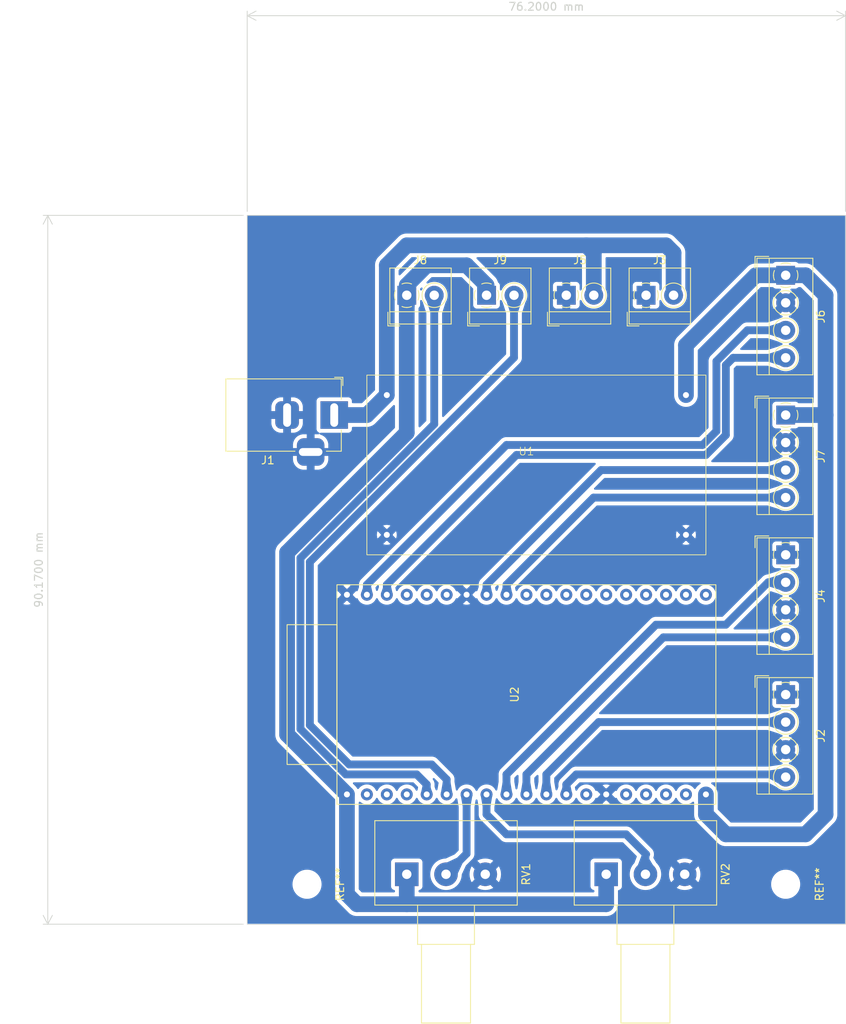
<source format=kicad_pcb>
(kicad_pcb (version 20221018) (generator pcbnew)
  (layers (0 "F.Cu" signal) (31 "B.Cu" signal) (34 "B.Paste" user) (35 "F.Paste" user) (36 "B.SilkS" user "B.Silkscreen") (37 "F.SilkS" user "F.Silkscreen") (38 "B.Mask" user) (39 "F.Mask" user) (44 "Edge.Cuts" user))
  (net 0 "")
  (net 1 "+12V")
  (net 2 "SCL2")
  (net 3 "+5V")
  (net 4 "+3V3")
  (net 7 "Net-(U2-32)")
  (net 8 "Net-(U2-33)")
  (net 9 "SDA2")
  (net 10 "SCL1")
  (net 23 "STEP1")
  (net 24 "DIR1")
  (net 26 "STEP2")
  (net 27 "DIR2")
  (net 30 "lim1")
  (net 31 "lim2")
  (net 32 "SDA1")
  (net 35 "GND")
  (net 36 "S1")
  (net 37 "S2")
  (footprint "TerminalBlock_4Ucon:TerminalBlock_4Ucon_1x02_P3.50mm_Horizontal" (layer "F.Cu") (at 142.24 72.39)
    (fp_text reference "J5" (at 1.75 -4.46) (layer "F.SilkS"))
    (fp_text value "Screw_Terminal_01x02")
    (fp_line (start -2.4 2.16) (end -2.4 3.9) (stroke (width 0.12)) (layer "F.SilkS"))
    (fp_line (start -2.4 3.9) (end -0.9 3.9) (stroke (width 0.12)) (layer "F.SilkS"))
    (fp_line (start -2.16 -3.46) (end -2.16 3.66) (stroke (width 0.12)) (layer "F.SilkS"))
    (fp_line (start -2.16 -3.46) (end 5.66 -3.46) (stroke (width 0.12)) (layer "F.SilkS"))
    (fp_line (start -2.16 2.1) (end 5.66 2.1) (stroke (width 0.12)) (layer "F.SilkS"))
    (fp_line (start -2.16 3.66) (end 5.66 3.66) (stroke (width 0.12)) (layer "F.SilkS"))
    (fp_line (start 5.66 -3.46) (end 5.66 3.66) (stroke (width 0.12)) (layer "F.SilkS"))
    (fp_arc (start -1.432109 0.607742) (mid -1.555727 -0.00014) (end -1.432 -0.608) (stroke (width 0.12)) (layer "F.SilkS"))
    (fp_arc (start -0.607742 -1.432109) (mid 0.00014 -1.555727) (end 0.608 -1.432) (stroke (width 0.12)) (layer "F.SilkS"))
    (fp_arc (start 0.027011 1.555493) (mid -0.296984 1.527118) (end -0.608 1.432) (stroke (width 0.12)) (layer "F.SilkS"))
    (fp_arc (start 0.607587 1.431385) (mid 0.310017 1.523783) (end 0 1.555) (stroke (width 0.12)) (layer "F.SilkS"))
    (fp_arc (start 1.432109 -0.607742) (mid 1.555727 0.00014) (end 1.432 0.608) (stroke (width 0.12)) (layer "F.SilkS"))
    (fp_circle (center 3.5 0) (end 5.055 0) (stroke (width 0.12)) (fill none) (layer "F.SilkS"))
    (pad "1" thru_hole rect (at 0 0) (size 2.4 2.4) (drill 1.2) (layers "*.Cu" "*.Mask") (net 35 "GND"))
    (pad "2" thru_hole circle (at 3.5 0) (size 2.4 2.4) (drill 1.2) (layers "*.Cu" "*.Mask") (net 1 "+12V"))
  )
  (footprint "TerminalBlock_4Ucon:TerminalBlock_4Ucon_1x04_P3.50mm_Horizontal" (layer "F.Cu") (at 170.18 105.41 -90)
    (fp_text reference "J4" (at 5.25 -4.46 90) (layer "F.SilkS"))
    (fp_text value "Screw_Terminal_01x04")
    (fp_line (start -2.4 2.16) (end -2.4 3.9) (stroke (width 0.12)) (layer "F.SilkS"))
    (fp_line (start -2.4 3.9) (end -0.9 3.9) (stroke (width 0.12)) (layer "F.SilkS"))
    (fp_line (start -2.16 -3.46) (end -2.16 3.66) (stroke (width 0.12)) (layer "F.SilkS"))
    (fp_line (start -2.16 -3.46) (end 12.66 -3.46) (stroke (width 0.12)) (layer "F.SilkS"))
    (fp_line (start -2.16 2.1) (end 12.66 2.1) (stroke (width 0.12)) (layer "F.SilkS"))
    (fp_line (start -2.16 3.66) (end 12.66 3.66) (stroke (width 0.12)) (layer "F.SilkS"))
    (fp_line (start 12.66 -3.46) (end 12.66 3.66) (stroke (width 0.12)) (layer "F.SilkS"))
    (fp_arc (start -1.432109 0.607742) (mid -1.555727 -0.00014) (end -1.432 -0.608) (stroke (width 0.12)) (layer "F.SilkS"))
    (fp_arc (start -0.607742 -1.432109) (mid 0.00014 -1.555727) (end 0.608 -1.432) (stroke (width 0.12)) (layer "F.SilkS"))
    (fp_arc (start 0.027011 1.555493) (mid -0.296984 1.527118) (end -0.608 1.432) (stroke (width 0.12)) (layer "F.SilkS"))
    (fp_arc (start 0.607587 1.431385) (mid 0.310017 1.523783) (end 0 1.555) (stroke (width 0.12)) (layer "F.SilkS"))
    (fp_arc (start 1.432109 -0.607742) (mid 1.555727 0.00014) (end 1.432 0.608) (stroke (width 0.12)) (layer "F.SilkS"))
    (fp_circle (center 3.5 0) (end 5.055 0) (stroke (width 0.12)) (fill none) (layer "F.SilkS"))
    (fp_circle (center 7 0) (end 8.555 0) (stroke (width 0.12)) (fill none) (layer "F.SilkS"))
    (fp_circle (center 10.5 0) (end 12.055 0) (stroke (width 0.12)) (fill none) (layer "F.SilkS"))
    (pad "1" thru_hole rect (at 0 0 270) (size 2.4 2.4) (drill 1.2) (layers "*.Cu" "*.Mask") (net 35 "GND"))
    (pad "2" thru_hole circle (at 3.5 0 270) (size 2.4 2.4) (drill 1.2) (layers "*.Cu" "*.Mask") (net 27 "DIR2"))
    (pad "3" thru_hole circle (at 7 0 270) (size 2.4 2.4) (drill 1.2) (layers "*.Cu" "*.Mask") (net 35 "GND"))
    (pad "4" thru_hole circle (at 10.5 0 270) (size 2.4 2.4) (drill 1.2) (layers "*.Cu" "*.Mask") (net 26 "STEP2"))
  )
  (footprint "TerminalBlock_4Ucon:TerminalBlock_4Ucon_1x02_P3.50mm_Horizontal" (layer "F.Cu") (at 121.92 72.39)
    (fp_text reference "J8" (at 1.75 -4.46) (layer "F.SilkS"))
    (fp_text value "Screw_Terminal_01x02")
    (fp_line (start -2.4 2.16) (end -2.4 3.9) (stroke (width 0.12)) (layer "F.SilkS"))
    (fp_line (start -2.4 3.9) (end -0.9 3.9) (stroke (width 0.12)) (layer "F.SilkS"))
    (fp_line (start -2.16 -3.46) (end -2.16 3.66) (stroke (width 0.12)) (layer "F.SilkS"))
    (fp_line (start -2.16 -3.46) (end 5.66 -3.46) (stroke (width 0.12)) (layer "F.SilkS"))
    (fp_line (start -2.16 2.1) (end 5.66 2.1) (stroke (width 0.12)) (layer "F.SilkS"))
    (fp_line (start -2.16 3.66) (end 5.66 3.66) (stroke (width 0.12)) (layer "F.SilkS"))
    (fp_line (start 5.66 -3.46) (end 5.66 3.66) (stroke (width 0.12)) (layer "F.SilkS"))
    (fp_arc (start -1.432109 0.607742) (mid -1.555727 -0.00014) (end -1.432 -0.608) (stroke (width 0.12)) (layer "F.SilkS"))
    (fp_arc (start -0.607742 -1.432109) (mid 0.00014 -1.555727) (end 0.608 -1.432) (stroke (width 0.12)) (layer "F.SilkS"))
    (fp_arc (start 0.027011 1.555493) (mid -0.296984 1.527118) (end -0.608 1.432) (stroke (width 0.12)) (layer "F.SilkS"))
    (fp_arc (start 0.607587 1.431385) (mid 0.310017 1.523783) (end 0 1.555) (stroke (width 0.12)) (layer "F.SilkS"))
    (fp_arc (start 1.432109 -0.607742) (mid 1.555727 0.00014) (end 1.432 0.608) (stroke (width 0.12)) (layer "F.SilkS"))
    (fp_circle (center 3.5 0) (end 5.055 0) (stroke (width 0.12)) (fill none) (layer "F.SilkS"))
    (pad "1" thru_hole rect (at 0 0) (size 2.4 2.4) (drill 1.2) (layers "*.Cu" "*.Mask") (net 4 "+3V3"))
    (pad "2" thru_hole circle (at 3.5 0) (size 2.4 2.4) (drill 1.2) (layers "*.Cu" "*.Mask") (net 30 "lim1"))
  )
  (footprint "TerminalBlock_4Ucon:TerminalBlock_4Ucon_1x04_P3.50mm_Horizontal" (layer "F.Cu") (at 170.18 87.63 -90)
    (fp_text reference "J7" (at 5.25 -4.46 90) (layer "F.SilkS"))
    (fp_text value "Screw_Terminal_01x04")
    (fp_line (start -2.4 2.16) (end -2.4 3.9) (stroke (width 0.12)) (layer "F.SilkS"))
    (fp_line (start -2.4 3.9) (end -0.9 3.9) (stroke (width 0.12)) (layer "F.SilkS"))
    (fp_line (start -2.16 -3.46) (end -2.16 3.66) (stroke (width 0.12)) (layer "F.SilkS"))
    (fp_line (start -2.16 -3.46) (end 12.66 -3.46) (stroke (width 0.12)) (layer "F.SilkS"))
    (fp_line (start -2.16 2.1) (end 12.66 2.1) (stroke (width 0.12)) (layer "F.SilkS"))
    (fp_line (start -2.16 3.66) (end 12.66 3.66) (stroke (width 0.12)) (layer "F.SilkS"))
    (fp_line (start 12.66 -3.46) (end 12.66 3.66) (stroke (width 0.12)) (layer "F.SilkS"))
    (fp_arc (start -1.432109 0.607742) (mid -1.555727 -0.00014) (end -1.432 -0.608) (stroke (width 0.12)) (layer "F.SilkS"))
    (fp_arc (start -0.607742 -1.432109) (mid 0.00014 -1.555727) (end 0.608 -1.432) (stroke (width 0.12)) (layer "F.SilkS"))
    (fp_arc (start 0.027011 1.555493) (mid -0.296984 1.527118) (end -0.608 1.432) (stroke (width 0.12)) (layer "F.SilkS"))
    (fp_arc (start 0.607587 1.431385) (mid 0.310017 1.523783) (end 0 1.555) (stroke (width 0.12)) (layer "F.SilkS"))
    (fp_arc (start 1.432109 -0.607742) (mid 1.555727 0.00014) (end 1.432 0.608) (stroke (width 0.12)) (layer "F.SilkS"))
    (fp_circle (center 3.5 0) (end 5.055 0) (stroke (width 0.12)) (fill none) (layer "F.SilkS"))
    (fp_circle (center 7 0) (end 8.555 0) (stroke (width 0.12)) (fill none) (layer "F.SilkS"))
    (fp_circle (center 10.5 0) (end 12.055 0) (stroke (width 0.12)) (fill none) (layer "F.SilkS"))
    (pad "1" thru_hole rect (at 0 0 270) (size 2.4 2.4) (drill 1.2) (layers "*.Cu" "*.Mask") (net 3 "+5V"))
    (pad "2" thru_hole circle (at 3.5 0 270) (size 2.4 2.4) (drill 1.2) (layers "*.Cu" "*.Mask") (net 35 "GND"))
    (pad "3" thru_hole circle (at 7 0 270) (size 2.4 2.4) (drill 1.2) (layers "*.Cu" "*.Mask") (net 9 "SDA2"))
    (pad "4" thru_hole circle (at 10.5 0 270) (size 2.4 2.4) (drill 1.2) (layers "*.Cu" "*.Mask") (net 2 "SCL2"))
  )
  (footprint "Potentiometer_THT:Potentiometer_Alps_RK163_Single_Horizontal" (layer "F.Cu") (at 121.92 146.05 90)
    (fp_text reference "RV1" (at 0 15.2 90) (layer "F.SilkS"))
    (fp_text value "10K")
    (fp_line (start -18.92 8.12) (end -18.92 1.88) (stroke (width 0.12)) (layer "F.SilkS"))
    (fp_line (start -8.92 1.88) (end -18.92 1.88) (stroke (width 0.12)) (layer "F.SilkS"))
    (fp_line (start -8.92 8.12) (end -18.92 8.12) (stroke (width 0.12)) (layer "F.SilkS"))
    (fp_line (start -8.92 8.62) (end -8.92 1.38) (stroke (width 0.12)) (layer "F.SilkS"))
    (fp_line (start -3.92 1.38) (end -8.92 1.38) (stroke (width 0.12)) (layer "F.SilkS"))
    (fp_line (start -3.92 8.62) (end -8.92 8.62) (stroke (width 0.12)) (layer "F.SilkS"))
    (fp_line (start -3.92 14.07) (end -3.92 -4.07) (stroke (width 0.12)) (layer "F.SilkS"))
    (fp_line (start 6.82 -4.07) (end -3.92 -4.07) (stroke (width 0.12)) (layer "F.SilkS"))
    (fp_line (start 6.82 14.07) (end -3.92 14.07) (stroke (width 0.12)) (layer "F.SilkS"))
    (fp_line (start 6.82 14.07) (end 6.82 -4.07) (stroke (width 0.12)) (layer "F.SilkS"))
    (pad "1" thru_hole rect (at 0 0 270) (size 3 3) (drill 1.2) (layers "*.Cu" "*.Mask") (net 4 "+3V3"))
    (pad "2" thru_hole circle (at 0 5 270) (size 3 3) (drill 1.2) (layers "*.Cu" "*.Mask") (net 7 "Net-(U2-32)"))
    (pad "3" thru_hole circle (at 0 10 270) (size 3 3) (drill 1.2) (layers "*.Cu" "*.Mask") (net 35 "GND"))
  )
  (footprint "TerminalBlock_4Ucon:TerminalBlock_4Ucon_1x04_P3.50mm_Horizontal" (layer "F.Cu") (at 170.18 69.85 -90)
    (fp_text reference "J6" (at 5.25 -4.46 90) (layer "F.SilkS"))
    (fp_text value "Screw_Terminal_01x04")
    (fp_line (start -2.4 2.16) (end -2.4 3.9) (stroke (width 0.12)) (layer "F.SilkS"))
    (fp_line (start -2.4 3.9) (end -0.9 3.9) (stroke (width 0.12)) (layer "F.SilkS"))
    (fp_line (start -2.16 -3.46) (end -2.16 3.66) (stroke (width 0.12)) (layer "F.SilkS"))
    (fp_line (start -2.16 -3.46) (end 12.66 -3.46) (stroke (width 0.12)) (layer "F.SilkS"))
    (fp_line (start -2.16 2.1) (end 12.66 2.1) (stroke (width 0.12)) (layer "F.SilkS"))
    (fp_line (start -2.16 3.66) (end 12.66 3.66) (stroke (width 0.12)) (layer "F.SilkS"))
    (fp_line (start 12.66 -3.46) (end 12.66 3.66) (stroke (width 0.12)) (layer "F.SilkS"))
    (fp_arc (start -1.432109 0.607742) (mid -1.555727 -0.00014) (end -1.432 -0.608) (stroke (width 0.12)) (layer "F.SilkS"))
    (fp_arc (start -0.607742 -1.432109) (mid 0.00014 -1.555727) (end 0.608 -1.432) (stroke (width 0.12)) (layer "F.SilkS"))
    (fp_arc (start 0.027011 1.555493) (mid -0.296984 1.527118) (end -0.608 1.432) (stroke (width 0.12)) (layer "F.SilkS"))
    (fp_arc (start 0.607587 1.431385) (mid 0.310017 1.523783) (end 0 1.555) (stroke (width 0.12)) (layer "F.SilkS"))
    (fp_arc (start 1.432109 -0.607742) (mid 1.555727 0.00014) (end 1.432 0.608) (stroke (width 0.12)) (layer "F.SilkS"))
    (fp_circle (center 3.5 0) (end 5.055 0) (stroke (width 0.12)) (fill none) (layer "F.SilkS"))
    (fp_circle (center 7 0) (end 8.555 0) (stroke (width 0.12)) (fill none) (layer "F.SilkS"))
    (fp_circle (center 10.5 0) (end 12.055 0) (stroke (width 0.12)) (fill none) (layer "F.SilkS"))
    (pad "1" thru_hole rect (at 0 0 270) (size 2.4 2.4) (drill 1.2) (layers "*.Cu" "*.Mask") (net 3 "+5V"))
    (pad "2" thru_hole circle (at 3.5 0 270) (size 2.4 2.4) (drill 1.2) (layers "*.Cu" "*.Mask") (net 35 "GND"))
    (pad "3" thru_hole circle (at 7 0 270) (size 2.4 2.4) (drill 1.2) (layers "*.Cu" "*.Mask") (net 32 "SDA1"))
    (pad "4" thru_hole circle (at 10.5 0 270) (size 2.4 2.4) (drill 1.2) (layers "*.Cu" "*.Mask") (net 10 "SCL1"))
  )
  (footprint "MountingHole:MountingHole_3.2mm_M3" (layer "F.Cu") (at 170.18 147.32 -90)
    (fp_text reference "REF**" (at 0 -4.318 90) (layer "F.SilkS"))
    (fp_text value "MountingHole_3.2mm_M3")
    (pad "" np_thru_hole circle (at 0 0 270) (size 3.2 3.2) (drill 3.2) (layers "*.Cu" "*.Mask"))
  )
  (footprint "TerminalBlock_4Ucon:TerminalBlock_4Ucon_1x04_P3.50mm_Horizontal" (layer "F.Cu") (at 170.18 123.19 -90)
    (fp_text reference "J2" (at 5.25 -4.46 90) (layer "F.SilkS"))
    (fp_text value "Screw_Terminal_01x04")
    (fp_line (start -2.4 2.16) (end -2.4 3.9) (stroke (width 0.12)) (layer "F.SilkS"))
    (fp_line (start -2.4 3.9) (end -0.9 3.9) (stroke (width 0.12)) (layer "F.SilkS"))
    (fp_line (start -2.16 -3.46) (end -2.16 3.66) (stroke (width 0.12)) (layer "F.SilkS"))
    (fp_line (start -2.16 -3.46) (end 12.66 -3.46) (stroke (width 0.12)) (layer "F.SilkS"))
    (fp_line (start -2.16 2.1) (end 12.66 2.1) (stroke (width 0.12)) (layer "F.SilkS"))
    (fp_line (start -2.16 3.66) (end 12.66 3.66) (stroke (width 0.12)) (layer "F.SilkS"))
    (fp_line (start 12.66 -3.46) (end 12.66 3.66) (stroke (width 0.12)) (layer "F.SilkS"))
    (fp_arc (start -1.432109 0.607742) (mid -1.555727 -0.00014) (end -1.432 -0.608) (stroke (width 0.12)) (layer "F.SilkS"))
    (fp_arc (start -0.607742 -1.432109) (mid 0.00014 -1.555727) (end 0.608 -1.432) (stroke (width 0.12)) (layer "F.SilkS"))
    (fp_arc (start 0.027011 1.555493) (mid -0.296984 1.527118) (end -0.608 1.432) (stroke (width 0.12)) (layer "F.SilkS"))
    (fp_arc (start 0.607587 1.431385) (mid 0.310017 1.523783) (end 0 1.555) (stroke (width 0.12)) (layer "F.SilkS"))
    (fp_arc (start 1.432109 -0.607742) (mid 1.555727 0.00014) (end 1.432 0.608) (stroke (width 0.12)) (layer "F.SilkS"))
    (fp_circle (center 3.5 0) (end 5.055 0) (stroke (width 0.12)) (fill none) (layer "F.SilkS"))
    (fp_circle (center 7 0) (end 8.555 0) (stroke (width 0.12)) (fill none) (layer "F.SilkS"))
    (fp_circle (center 10.5 0) (end 12.055 0) (stroke (width 0.12)) (fill none) (layer "F.SilkS"))
    (pad "1" thru_hole rect (at 0 0 270) (size 2.4 2.4) (drill 1.2) (layers "*.Cu" "*.Mask") (net 35 "GND"))
    (pad "2" thru_hole circle (at 3.5 0 270) (size 2.4 2.4) (drill 1.2) (layers "*.Cu" "*.Mask") (net 24 "DIR1"))
    (pad "3" thru_hole circle (at 7 0 270) (size 2.4 2.4) (drill 1.2) (layers "*.Cu" "*.Mask") (net 35 "GND"))
    (pad "4" thru_hole circle (at 10.5 0 270) (size 2.4 2.4) (drill 1.2) (layers "*.Cu" "*.Mask") (net 23 "STEP1"))
  )
  (footprint "Connector_BarrelJack:BarrelJack_Horizontal" (layer "F.Cu") (at 112.68 87.63)
    (fp_text reference "J1" (at -8.45 5.75) (layer "F.SilkS"))
    (fp_text value "Barrel_Jack_Switch_Pin3Ring")
    (fp_line (start -13.8 -4.6) (end 0.9 -4.6) (stroke (width 0.12)) (layer "F.SilkS"))
    (fp_line (start -13.8 4.6) (end -13.8 -4.6) (stroke (width 0.12)) (layer "F.SilkS"))
    (fp_line (start -5 4.6) (end -13.8 4.6) (stroke (width 0.12)) (layer "F.SilkS"))
    (fp_line (start 0.05 -4.8) (end 1.1 -4.8) (stroke (width 0.12)) (layer "F.SilkS"))
    (fp_line (start 0.9 -4.6) (end 0.9 -2) (stroke (width 0.12)) (layer "F.SilkS"))
    (fp_line (start 0.9 1.9) (end 0.9 4.6) (stroke (width 0.12)) (layer "F.SilkS"))
    (fp_line (start 0.9 4.6) (end -1 4.6) (stroke (width 0.12)) (layer "F.SilkS"))
    (fp_line (start 1.1 -3.75) (end 1.1 -4.8) (stroke (width 0.12)) (layer "F.SilkS"))
    (pad "1" thru_hole rect (at 0 0) (size 3.5 3.5) (drill oval 1 3) (layers "*.Cu" "*.Mask") (net 1 "+12V"))
    (pad "2" thru_hole roundrect (at -6 0) (size 3 3.5) (drill oval 1 3) (layers "*.Cu" "*.Mask") (net 35 "GND"))
    (pad "3" thru_hole roundrect (at -3 4.7) (size 3.5 3.5) (drill oval 3 1) (layers "*.Cu" "*.Mask") (net 35 "GND"))
  )
  (footprint "Potentiometer_THT:Potentiometer_Alps_RK163_Single_Horizontal" (layer "F.Cu") (at 147.32 146.05 90)
    (fp_text reference "RV2" (at 0 15.2 90) (layer "F.SilkS"))
    (fp_text value "10K")
    (fp_line (start -18.92 8.12) (end -18.92 1.88) (stroke (width 0.12)) (layer "F.SilkS"))
    (fp_line (start -8.92 1.88) (end -18.92 1.88) (stroke (width 0.12)) (layer "F.SilkS"))
    (fp_line (start -8.92 8.12) (end -18.92 8.12) (stroke (width 0.12)) (layer "F.SilkS"))
    (fp_line (start -8.92 8.62) (end -8.92 1.38) (stroke (width 0.12)) (layer "F.SilkS"))
    (fp_line (start -3.92 1.38) (end -8.92 1.38) (stroke (width 0.12)) (layer "F.SilkS"))
    (fp_line (start -3.92 8.62) (end -8.92 8.62) (stroke (width 0.12)) (layer "F.SilkS"))
    (fp_line (start -3.92 14.07) (end -3.92 -4.07) (stroke (width 0.12)) (layer "F.SilkS"))
    (fp_line (start 6.82 -4.07) (end -3.92 -4.07) (stroke (width 0.12)) (layer "F.SilkS"))
    (fp_line (start 6.82 14.07) (end -3.92 14.07) (stroke (width 0.12)) (layer "F.SilkS"))
    (fp_line (start 6.82 14.07) (end 6.82 -4.07) (stroke (width 0.12)) (layer "F.SilkS"))
    (pad "1" thru_hole rect (at 0 0 270) (size 3 3) (drill 1.2) (layers "*.Cu" "*.Mask") (net 4 "+3V3"))
    (pad "2" thru_hole circle (at 0 5 270) (size 3 3) (drill 1.2) (layers "*.Cu" "*.Mask") (net 8 "Net-(U2-33)"))
    (pad "3" thru_hole circle (at 0 10 270) (size 3 3) (drill 1.2) (layers "*.Cu" "*.Mask") (net 35 "GND"))
  )
  (footprint "my_library:DC-DC_Converter" (layer "F.Cu") (at 137.16 92.71)
    (fp_text reference "U1" (at 0 -0.46 unlocked) (layer "F.SilkS") (effects (font (thickness 0.1))))
    (fp_text value "DC-DC_Converter")
    (fp_rect (start -20.32 -10.16) (end 22.86 12.7) (stroke (width 0.1)) (fill none) (layer "F.SilkS"))
    (pad "1" thru_hole circle (at -17.78 -7.62) (size 1.524 1.524) (drill 0.762) (layers "*.Cu" "*.Mask") (net 1 "+12V"))
    (pad "2" thru_hole circle (at -17.78 10.16) (size 1.524 1.524) (drill 0.762) (layers "*.Cu" "*.Mask") (net 35 "GND"))
    (pad "3" thru_hole circle (at 20.32 10.16) (size 1.524 1.524) (drill 0.762) (layers "*.Cu" "*.Mask") (net 35 "GND"))
    (pad "4" thru_hole circle (at 20.32 -7.62) (size 1.524 1.524) (drill 0.762) (layers "*.Cu" "*.Mask") (net 3 "+5V"))
  )
  (footprint "TerminalBlock_4Ucon:TerminalBlock_4Ucon_1x02_P3.50mm_Horizontal" (layer "F.Cu") (at 132.08 72.39)
    (fp_text reference "J9" (at 1.75 -4.46) (layer "F.SilkS"))
    (fp_text value "Screw_Terminal_01x02")
    (fp_line (start -2.4 2.16) (end -2.4 3.9) (stroke (width 0.12)) (layer "F.SilkS"))
    (fp_line (start -2.4 3.9) (end -0.9 3.9) (stroke (width 0.12)) (layer "F.SilkS"))
    (fp_line (start -2.16 -3.46) (end -2.16 3.66) (stroke (width 0.12)) (layer "F.SilkS"))
    (fp_line (start -2.16 -3.46) (end 5.66 -3.46) (stroke (width 0.12)) (layer "F.SilkS"))
    (fp_line (start -2.16 2.1) (end 5.66 2.1) (stroke (width 0.12)) (layer "F.SilkS"))
    (fp_line (start -2.16 3.66) (end 5.66 3.66) (stroke (width 0.12)) (layer "F.SilkS"))
    (fp_line (start 5.66 -3.46) (end 5.66 3.66) (stroke (width 0.12)) (layer "F.SilkS"))
    (fp_arc (start -1.432109 0.607742) (mid -1.555727 -0.00014) (end -1.432 -0.608) (stroke (width 0.12)) (layer "F.SilkS"))
    (fp_arc (start -0.607742 -1.432109) (mid 0.00014 -1.555727) (end 0.608 -1.432) (stroke (width 0.12)) (layer "F.SilkS"))
    (fp_arc (start 0.027011 1.555493) (mid -0.296984 1.527118) (end -0.608 1.432) (stroke (width 0.12)) (layer "F.SilkS"))
    (fp_arc (start 0.607587 1.431385) (mid 0.310017 1.523783) (end 0 1.555) (stroke (width 0.12)) (layer "F.SilkS"))
    (fp_arc (start 1.432109 -0.607742) (mid 1.555727 0.00014) (end 1.432 0.608) (stroke (width 0.12)) (layer "F.SilkS"))
    (fp_circle (center 3.5 0) (end 5.055 0) (stroke (width 0.12)) (fill none) (layer "F.SilkS"))
    (pad "1" thru_hole rect (at 0 0) (size 2.4 2.4) (drill 1.2) (layers "*.Cu" "*.Mask") (net 4 "+3V3"))
    (pad "2" thru_hole circle (at 3.5 0) (size 2.4 2.4) (drill 1.2) (layers "*.Cu" "*.Mask") (net 31 "lim2"))
  )
  (footprint "MountingHole:MountingHole_3.2mm_M3" (layer "F.Cu") (at 109.22 147.32 -90)
    (fp_text reference "REF**" (at 0 -4.2 90) (layer "F.SilkS"))
    (fp_text value "MountingHole_3.2mm_M3")
    (pad "" np_thru_hole circle (at 0 0 270) (size 3.2 3.2) (drill 3.2) (layers "*.Cu" "*.Mask"))
  )
  (footprint "my_library:ESP32-DevKitC" (layer "F.Cu") (at 137.16 123.19 90)
    (fp_text reference "U2" (at 0 -1.5 90 unlocked) (layer "F.SilkS"))
    (fp_text value "ESP32-DevKitC")
    (fp_rect (start -13.97 -24.13) (end 13.97 24.13) (stroke (width 0.12)) (fill none) (layer "F.SilkS"))
    (fp_rect (start -8.89 -24.13) (end 8.89 -30.48) (stroke (width 0.12)) (fill none) (layer "F.SilkS"))
    (pad "1" thru_hole circle (at -12.7 -22.86 90) (size 1.524 1.524) (drill 0.762) (layers "*.Cu" "*.Mask") (net 4 "+3V3"))
    (pad "2" thru_hole circle (at -12.7 -20.32 90) (size 1.524 1.524) (drill 0.762) (layers "*.Cu" "*.Mask"))
    (pad "3" thru_hole circle (at -12.7 -17.78 90) (size 1.524 1.524) (drill 0.762) (layers "*.Cu" "*.Mask"))
    (pad "4" thru_hole circle (at -12.7 -15.24 90) (size 1.524 1.524) (drill 0.762) (layers "*.Cu" "*.Mask"))
    (pad "5" thru_hole circle (at -12.7 -12.7 90) (size 1.524 1.524) (drill 0.762) (layers "*.Cu" "*.Mask") (net 30 "lim1"))
    (pad "6" thru_hole circle (at -12.7 -10.16 90) (size 1.524 1.524) (drill 0.762) (layers "*.Cu" "*.Mask") (net 31 "lim2"))
    (pad "7" thru_hole circle (at -12.7 -7.62 90) (size 1.524 1.524) (drill 0.762) (layers "*.Cu" "*.Mask") (net 7 "Net-(U2-32)"))
    (pad "8" thru_hole circle (at -12.7 -5.08 90) (size 1.524 1.524) (drill 0.762) (layers "*.Cu" "*.Mask") (net 8 "Net-(U2-33)"))
    (pad "9" thru_hole circle (at -12.7 -2.54 90) (size 1.524 1.524) (drill 0.762) (layers "*.Cu" "*.Mask") (net 27 "DIR2"))
    (pad "10" thru_hole circle (at -12.7 0 90) (size 1.524 1.524) (drill 0.762) (layers "*.Cu" "*.Mask") (net 26 "STEP2"))
    (pad "11" thru_hole circle (at -12.7 2.54 90) (size 1.524 1.524) (drill 0.762) (layers "*.Cu" "*.Mask") (net 24 "DIR1"))
    (pad "12" thru_hole circle (at -12.7 5.08 90) (size 1.524 1.524) (drill 0.762) (layers "*.Cu" "*.Mask") (net 23 "STEP1"))
    (pad "13" thru_hole circle (at -12.7 7.62 90) (size 1.524 1.524) (drill 0.762) (layers "*.Cu" "*.Mask"))
    (pad "14" thru_hole circle (at -12.7 10.16 90) (size 1.524 1.524) (drill 0.762) (layers "*.Cu" "*.Mask") (net 35 "GND"))
    (pad "15" thru_hole circle (at -12.7 12.7 90) (size 1.524 1.524) (drill 0.762) (layers "*.Cu" "*.Mask"))
    (pad "16" thru_hole circle (at -12.7 15.24 90) (size 1.524 1.524) (drill 0.762) (layers "*.Cu" "*.Mask"))
    (pad "17" thru_hole circle (at -12.7 17.78 90) (size 1.524 1.524) (drill 0.762) (layers "*.Cu" "*.Mask"))
    (pad "18" thru_hole circle (at -12.7 20.32 90) (size 1.524 1.524) (drill 0.762) (layers "*.Cu" "*.Mask"))
    (pad "19" thru_hole circle (at -12.7 22.86 90) (size 1.524 1.524) (drill 0.762) (layers "*.Cu" "*.Mask") (net 3 "+5V"))
    (pad "20" thru_hole circle (at 12.7 22.86 90) (size 1.524 1.524) (drill 0.762) (layers "*.Cu" "*.Mask"))
    (pad "21" thru_hole circle (at 12.7 20.32 90) (size 1.524 1.524) (drill 0.762) (layers "*.Cu" "*.Mask"))
    (pad "22" thru_hole circle (at 12.7 17.78 90) (size 1.524 1.524) (drill 0.762) (layers "*.Cu" "*.Mask"))
    (pad "23" thru_hole circle (at 12.7 15.24 90) (size 1.524 1.524) (drill 0.762) (layers "*.Cu" "*.Mask"))
    (pad "24" thru_hole circle (at 12.7 12.7 90) (size 1.524 1.524) (drill 0.762) (layers "*.Cu" "*.Mask"))
    (pad "25" thru_hole circle (at 12.7 10.16 90) (size 1.524 1.524) (drill 0.762) (layers "*.Cu" "*.Mask"))
    (pad "26" thru_hole circle (at 12.7 7.62 90) (size 1.524 1.524) (drill 0.762) (layers "*.Cu" "*.Mask"))
    (pad "27" thru_hole circle (at 12.7 5.08 90) (size 1.524 1.524) (drill 0.762) (layers "*.Cu" "*.Mask") (net 36 "S1"))
    (pad "28" thru_hole circle (at 12.7 2.54 90) (size 1.524 1.524) (drill 0.762) (layers "*.Cu" "*.Mask") (net 37 "S2"))
    (pad "29" thru_hole circle (at 12.7 0 90) (size 1.524 1.524) (drill 0.762) (layers "*.Cu" "*.Mask"))
    (pad "30" thru_hole circle (at 12.7 -2.54 90) (size 1.524 1.524) (drill 0.762) (layers "*.Cu" "*.Mask") (net 2 "SCL2"))
    (pad "31" thru_hole circle (at 12.7 -5.08 90) (size 1.524 1.524) (drill 0.762) (layers "*.Cu" "*.Mask") (net 9 "SDA2"))
    (pad "32" thru_hole circle (at 12.7 -7.62 90) (size 1.524 1.524) (drill 0.762) (layers "*.Cu" "*.Mask") (net 35 "GND"))
    (pad "33" thru_hole circle (at 12.7 -10.16 90) (size 1.524 1.524) (drill 0.762) (layers "*.Cu" "*.Mask"))
    (pad "34" thru_hole circle (at 12.7 -12.7 90) (size 1.524 1.524) (drill 0.762) (layers "*.Cu" "*.Mask"))
    (pad "35" thru_hole circle (at 12.7 -15.24 90) (size 1.524 1.524) (drill 0.762) (layers "*.Cu" "*.Mask"))
    (pad "36" thru_hole circle (at 12.7 -17.78 90) (size 1.524 1.524) (drill 0.762) (layers "*.Cu" "*.Mask") (net 10 "SCL1"))
    (pad "37" thru_hole circle (at 12.7 -20.32 90) (size 1.524 1.524) (drill 0.762) (layers "*.Cu" "*.Mask") (net 32 "SDA1"))
    (pad "38" thru_hole circle (at 12.7 -22.86 90) (size 1.524 1.524) (drill 0.762) (layers "*.Cu" "*.Mask") (net 35 "GND"))
  )
  (footprint "TerminalBlock_4Ucon:TerminalBlock_4Ucon_1x02_P3.50mm_Horizontal" (layer "F.Cu") (at 152.4 72.39)
    (fp_text reference "J3" (at 1.75 -4.46) (layer "F.SilkS"))
    (fp_text value "Screw_Terminal_01x02")
    (fp_line (start -2.4 2.16) (end -2.4 3.9) (stroke (width 0.12)) (layer "F.SilkS"))
    (fp_line (start -2.4 3.9) (end -0.9 3.9) (stroke (width 0.12)) (layer "F.SilkS"))
    (fp_line (start -2.16 -3.46) (end -2.16 3.66) (stroke (width 0.12)) (layer "F.SilkS"))
    (fp_line (start -2.16 -3.46) (end 5.66 -3.46) (stroke (width 0.12)) (layer "F.SilkS"))
    (fp_line (start -2.16 2.1) (end 5.66 2.1) (stroke (width 0.12)) (layer "F.SilkS"))
    (fp_line (start -2.16 3.66) (end 5.66 3.66) (stroke (width 0.12)) (layer "F.SilkS"))
    (fp_line (start 5.66 -3.46) (end 5.66 3.66) (stroke (width 0.12)) (layer "F.SilkS"))
    (fp_arc (start -1.432109 0.607742) (mid -1.555727 -0.00014) (end -1.432 -0.608) (stroke (width 0.12)) (layer "F.SilkS"))
    (fp_arc (start -0.607742 -1.432109) (mid 0.00014 -1.555727) (end 0.608 -1.432) (stroke (width 0.12)) (layer "F.SilkS"))
    (fp_arc (start 0.027011 1.555493) (mid -0.296984 1.527118) (end -0.608 1.432) (stroke (width 0.12)) (layer "F.SilkS"))
    (fp_arc (start 0.607587 1.431385) (mid 0.310017 1.523783) (end 0 1.555) (stroke (width 0.12)) (layer "F.SilkS"))
    (fp_arc (start 1.432109 -0.607742) (mid 1.555727 0.00014) (end 1.432 0.608) (stroke (width 0.12)) (layer "F.SilkS"))
    (fp_circle (center 3.5 0) (end 5.055 0) (stroke (width 0.12)) (fill none) (layer "F.SilkS"))
    (pad "1" thru_hole rect (at 0 0) (size 2.4 2.4) (drill 1.2) (layers "*.Cu" "*.Mask") (net 35 "GND"))
    (pad "2" thru_hole circle (at 3.5 0) (size 2.4 2.4) (drill 1.2) (layers "*.Cu" "*.Mask") (net 1 "+12V"))
  )
  (gr_rect (start 177.8 62.23) (end 101.6 152.4) (stroke (width 0.1)) (fill none) (layer "Edge.Cuts"))
  (dimension (type aligned) (layer "Edge.Cuts") (pts (xy 101.6 62.23) (xy 177.8 62.23)) (height -25.4) (gr_text "76.2000 mm" (at 139.7 35.68) (layer "Edge.Cuts") (effects (font (size 1 1) (thickness 0.15)))) (format (prefix "") (suffix "") (units 3) (units_format 1) (precision 4)) (style (thickness 0.1) (arrow_length 1.27) (text_position_mode 0) (extension_height 0.58642) (extension_offset 0.5) keep_text_aligned))
  (dimension (type aligned) (layer "Edge.Cuts") (pts (xy 101.6 62.23) (xy 101.6 152.4)) (height 25.4) (gr_text "90.1700 mm" (at 75.05 107.315 90) (layer "Edge.Cuts") (effects (font (size 1 1) (thickness 0.15)))) (format (prefix "") (suffix "") (units 3) (units_format 1) (precision 4)) (style (thickness 0.1) (arrow_length 1.27) (text_position_mode 0) (extension_height 0.58642) (extension_offset 0.5) keep_text_aligned))
  (segment (start 116.84 87.63) (end 119.38 85.09) (width 2) (layer "B.Cu") (net 1))
  (segment (start 154.94 66.04) (end 144.78 66.04) (width 2) (layer "B.Cu") (net 1))
  (segment (start 145.74 72.39) (end 145.74 67) (width 2) (layer "B.Cu") (net 1))
  (segment (start 155.9 72.39) (end 155.9 67) (width 2) (layer "B.Cu") (net 1))
  (segment (start 121.92 66.04) (end 119.38 68.58) (width 2) (layer "B.Cu") (net 1))
  (segment (start 144.78 66.04) (end 121.92 66.04) (width 2) (layer "B.Cu") (net 1))
  (segment (start 155.9 67) (end 154.94 66.04) (width 2) (layer "B.Cu") (net 1))
  (segment (start 119.38 68.58) (end 119.38 85.09) (width 2) (layer "B.Cu") (net 1))
  (segment (start 145.74 67) (end 144.78 66.04) (width 2) (layer "B.Cu") (net 1))
  (segment (start 112.68 87.63) (end 116.84 87.63) (width 2) (layer "B.Cu") (net 1))
  (segment (start 134.62 109.22) (end 134.62 110.49) (width 1) (layer "B.Cu") (net 2))
  (segment (start 145.71 98.13) (end 134.62 109.22) (width 1) (layer "B.Cu") (net 2))
  (segment (start 170.18 98.13) (end 145.71 98.13) (width 1) (layer "B.Cu") (net 2))
  (segment (start 157.48 78.74) (end 166.37 69.85) (width 2) (layer "B.Cu") (net 3))
  (segment (start 172.72 69.85) (end 175.26 72.39) (width 2) (layer "B.Cu") (net 3))
  (segment (start 160.02 135.89) (end 160.02 138.43) (width 2) (layer "B.Cu") (net 3))
  (segment (start 157.48 85.09) (end 157.48 78.74) (width 2) (layer "B.Cu") (net 3))
  (segment (start 175.26 72.39) (end 175.26 87.63) (width 2) (layer "B.Cu") (net 3))
  (segment (start 160.02 138.43) (end 162.56 140.97) (width 2) (layer "B.Cu") (net 3))
  (segment (start 162.56 140.97) (end 172.72 140.97) (width 2) (layer "B.Cu") (net 3))
  (segment (start 166.37 69.85) (end 170.18 69.85) (width 2) (layer "B.Cu") (net 3))
  (segment (start 175.26 138.43) (end 175.26 87.63) (width 2) (layer "B.Cu") (net 3))
  (segment (start 172.72 140.97) (end 175.26 138.43) (width 2) (layer "B.Cu") (net 3))
  (segment (start 175.26 87.63) (end 170.18 87.63) (width 2) (layer "B.Cu") (net 3))
  (segment (start 170.18 69.85) (end 172.72 69.85) (width 2) (layer "B.Cu") (net 3))
  (segment (start 121.92 71.12) (end 124.46 68.58) (width 2) (layer "B.Cu") (net 4))
  (segment (start 132.08 71.12) (end 129.54 68.58) (width 2) (layer "B.Cu") (net 4))
  (segment (start 121.92 89.87878) (end 121.92 73.66) (width 2) (layer "B.Cu") (net 4))
  (segment (start 121.92 146.05) (end 121.92 149.86) (width 2) (layer "B.Cu") (net 4))
  (segment (start 106.68 105.11878) (end 121.92 89.87878) (width 2) (layer "B.Cu") (net 4))
  (segment (start 121.92 73.66) (end 121.92 72.39) (width 2) (layer "B.Cu") (net 4))
  (segment (start 121.92 73.66) (end 121.92 71.12) (width 2) (layer "B.Cu") (net 4))
  (segment (start 114.3 148.59) (end 115.57 149.86) (width 2) (layer "B.Cu") (net 4))
  (segment (start 115.57 149.86) (end 147.32 149.86) (width 2) (layer "B.Cu") (net 4))
  (segment (start 114.3 135.89) (end 106.68 128.269999) (width 2) (layer "B.Cu") (net 4))
  (segment (start 124.46 68.58) (end 129.54 68.58) (width 2) (layer "B.Cu") (net 4))
  (segment (start 147.32 149.86) (end 147.32 146.05) (width 2) (layer "B.Cu") (net 4))
  (segment (start 106.68 128.269999) (end 106.68 105.11878) (width 2) (layer "B.Cu") (net 4))
  (segment (start 132.08 72.39) (end 132.08 71.12) (width 2) (layer "B.Cu") (net 4))
  (segment (start 114.3 135.89) (end 114.3 148.59) (width 2) (layer "B.Cu") (net 4))
  (segment (start 129.54 143.43) (end 126.92 146.05) (width 1) (layer "B.Cu") (net 7))
  (segment (start 129.54 135.89) (end 129.54 143.43) (width 1) (layer "B.Cu") (net 7))
  (segment (start 132.08 138.43) (end 134.62 140.97) (width 1) (layer "B.Cu") (net 8))
  (segment (start 149.86 140.97) (end 152.4 143.51) (width 1) (layer "B.Cu") (net 8))
  (segment (start 132.08 135.89) (end 132.08 138.43) (width 1) (layer "B.Cu") (net 8))
  (segment (start 152.32 143.59) (end 152.32 146.05) (width 1) (layer "B.Cu") (net 8))
  (segment (start 152.4 143.51) (end 152.32 143.59) (width 1) (layer "B.Cu") (net 8))
  (segment (start 134.62 140.97) (end 149.86 140.97) (width 1) (layer "B.Cu") (net 8))
  (segment (start 132.08 109.22) (end 132.08 110.49) (width 1) (layer "B.Cu") (net 9))
  (segment (start 170.18 94.63) (end 146.67 94.63) (width 1) (layer "B.Cu") (net 9))
  (segment (start 146.67 94.63) (end 132.08 109.22) (width 1) (layer "B.Cu") (net 9))
  (segment (start 162.56 81.28) (end 163.49 80.35) (width 1) (layer "B.Cu") (net 10))
  (segment (start 162.56 90.17) (end 162.56 81.28) (width 1) (layer "B.Cu") (net 10))
  (segment (start 119.38 109.22) (end 135.89 92.71) (width 1) (layer "B.Cu") (net 10))
  (segment (start 163.49 80.35) (end 170.18 80.35) (width 1) (layer "B.Cu") (net 10))
  (segment (start 135.89 92.71) (end 160.02 92.71) (width 1) (layer "B.Cu") (net 10))
  (segment (start 160.02 92.71) (end 162.56 90.17) (width 1) (layer "B.Cu") (net 10))
  (segment (start 119.38 110.49) (end 119.38 109.22) (width 1) (layer "B.Cu") (net 10))
  (segment (start 142.24 134.62) (end 142.24 135.89) (width 1) (layer "B.Cu") (net 23))
  (segment (start 170.18 133.69) (end 169.84 133.35) (width 1) (layer "B.Cu") (net 23))
  (segment (start 169.84 133.35) (end 143.51 133.35) (width 1) (layer "B.Cu") (net 23))
  (segment (start 143.51 133.35) (end 142.24 134.62) (width 1) (layer "B.Cu") (net 23))
  (segment (start 139.7 133.35) (end 139.7 135.89) (width 1) (layer "B.Cu") (net 24))
  (segment (start 170.18 126.69) (end 146.36 126.69) (width 1) (layer "B.Cu") (net 24))
  (segment (start 146.36 126.69) (end 139.7 133.35) (width 1) (layer "B.Cu") (net 24))
  (segment (start 170.18 115.91) (end 154.6 115.91) (width 1) (layer "B.Cu") (net 26))
  (segment (start 137.16 133.35) (end 137.16 135.89) (width 1) (layer "B.Cu") (net 26))
  (segment (start 154.6 115.91) (end 137.16 133.35) (width 1) (layer "B.Cu") (net 26))
  (segment (start 153.67 114.3) (end 134.62 133.35) (width 1) (layer "B.Cu") (net 27))
  (segment (start 170.18 108.91) (end 167.95 108.91) (width 1) (layer "B.Cu") (net 27))
  (segment (start 134.62 133.35) (end 134.62 135.89) (width 1) (layer "B.Cu") (net 27))
  (segment (start 167.95 108.91) (end 162.56 114.3) (width 1) (layer "B.Cu") (net 27))
  (segment (start 162.56 114.3) (end 153.67 114.3) (width 1) (layer "B.Cu") (net 27))
  (segment (start 124.46 134.62) (end 123.19 133.35) (width 1) (layer "B.Cu") (net 30))
  (segment (start 124.46 135.89) (end 124.46 134.62) (width 1) (layer "B.Cu") (net 30))
  (segment (start 123.19 133.35) (end 114.164164 133.35) (width 1) (layer "B.Cu") (net 30))
  (segment (start 125.42 88.782944) (end 125.42 72.39) (width 1) (layer "B.Cu") (net 30))
  (segment (start 108.38 127.565836) (end 108.38 105.822944) (width 1) (layer "B.Cu") (net 30))
  (segment (start 114.164164 133.35) (end 108.38 127.565836) (width 1) (layer "B.Cu") (net 30))
  (segment (start 108.38 105.822944) (end 125.42 88.782944) (width 1) (layer "B.Cu") (net 30))
  (segment (start 109.58 106.32) (end 135.58 80.32) (width 1) (layer "B.Cu") (net 31))
  (segment (start 127 135.89) (end 127 133.985) (width 1) (layer "B.Cu") (net 31))
  (segment (start 114.59122 132.08) (end 109.58 127.06878) (width 1) (layer "B.Cu") (net 31))
  (segment (start 127 133.985) (end 125.095 132.08) (width 1) (layer "B.Cu") (net 31))
  (segment (start 135.58 80.32) (end 135.58 72.39) (width 1) (layer "B.Cu") (net 31))
  (segment (start 125.095 132.08) (end 114.59122 132.08) (width 1) (layer "B.Cu") (net 31))
  (segment (start 109.58 127.06878) (end 109.58 106.32) (width 1) (layer "B.Cu") (net 31))
  (segment (start 161.36 89.672944) (end 161.36 80.782944) (width 1) (layer "B.Cu") (net 32))
  (segment (start 159.592944 91.44) (end 161.36 89.672944) (width 1) (layer "B.Cu") (net 32))
  (segment (start 134.62 91.44) (end 159.592944 91.44) (width 1) (layer "B.Cu") (net 32))
  (segment (start 116.84 110.49) (end 116.84 109.22) (width 1) (layer "B.Cu") (net 32))
  (segment (start 116.84 109.22) (end 134.62 91.44) (width 1) (layer "B.Cu") (net 32))
  (segment (start 165.292944 76.85) (end 170.18 76.85) (width 1) (layer "B.Cu") (net 32))
  (segment (start 161.36 80.782944) (end 165.292944 76.85) (width 1) (layer "B.Cu") (net 32))
  (zone (net 35) (net_name "GND") (layer "B.Cu") (connect_pads (clearance 0.5)) (min_thickness 0.25) (fill yes (thermal_gap 0.5) (thermal_bridge_width 1) (island_removal_mode 1) (island_area_min 10))
    (polygon (pts (xy 177.8 62.23) (xy 101.6 62.23) (xy 101.6 152.4) (xy 177.8 152.4)))
  )
)
</source>
